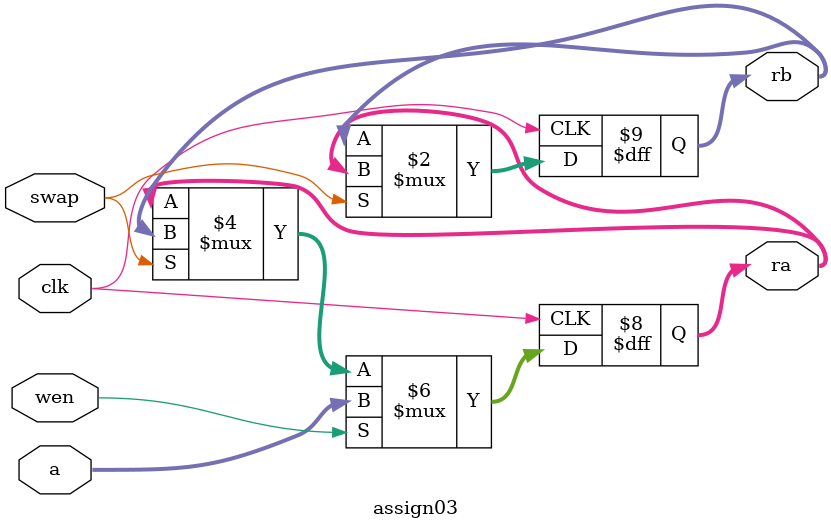
<source format=v>
module assign03(output reg [0:7] ra,
                output reg [0:7] rb,
                input        clk,
                input [0:7]  a,
                input        wen, 
                input        swap);
   
   always @(posedge clk) begin
      if (swap) begin
         ra <= rb;
         rb <= ra;
      end
      if (wen)
        ra <= a;
      begin
      end
   end
endmodule

</source>
